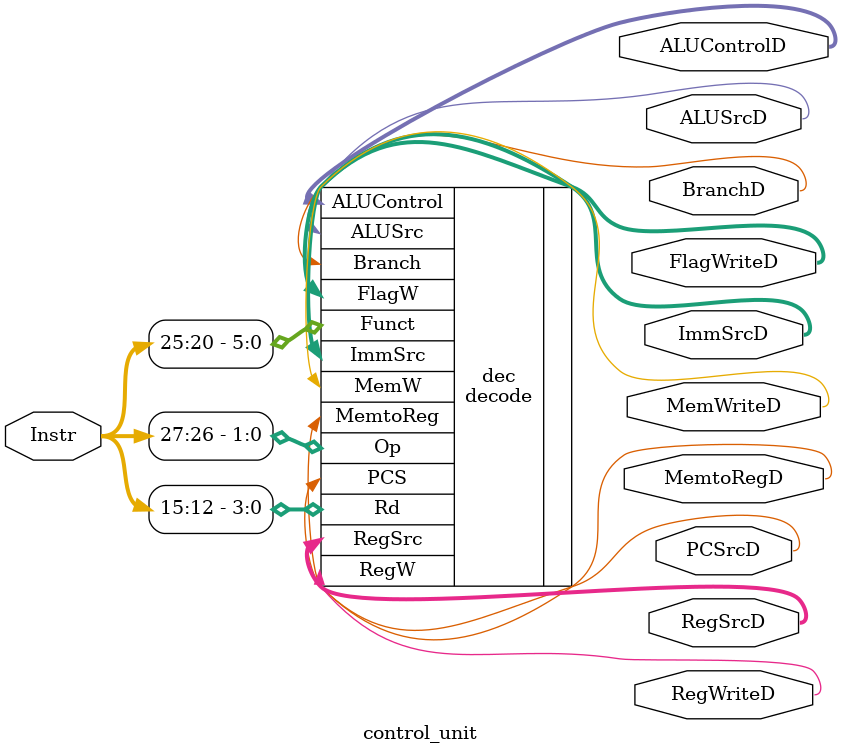
<source format=v>
module control_unit (
	Instr,
	PCSrcD,
	RegWriteD,
	MemtoRegD,
	MemWriteD,
	ALUControlD,
	BranchD,
	ALUSrcD,
	FlagWriteD,
	ImmSrcD,
	RegSrcD,
);
	input wire [27:12] Instr;
	output wire PCSrcD;
	output wire RegWriteD;
	output wire MemtoRegD;
	output wire MemWriteD;
	output wire [3:0] ALUControlD;
	output wire BranchD;
	output wire ALUSrcD;
	output wire [1:0] FlagWriteD;
	output wire [1:0] ImmSrcD;
	output wire [1:0] RegSrcD;

	decode dec(
		.Op(Instr[27:26]),
		.Funct(Instr[25:20]),
		.Rd(Instr[15:12]),
		.PCS(PCSrcD),
		.MemW(MemWriteD),
		.MemtoReg(MemtoRegD),
		.ALUSrc(ALUSrcD),
		.ImmSrc(ImmSrcD),
		.RegSrc(RegSrcD),
		.RegW(RegWriteD),
		.Branch(BranchD),
		.ALUControl(ALUControlD),
		.FlagW(FlagWriteD)
	);
endmodule

</source>
